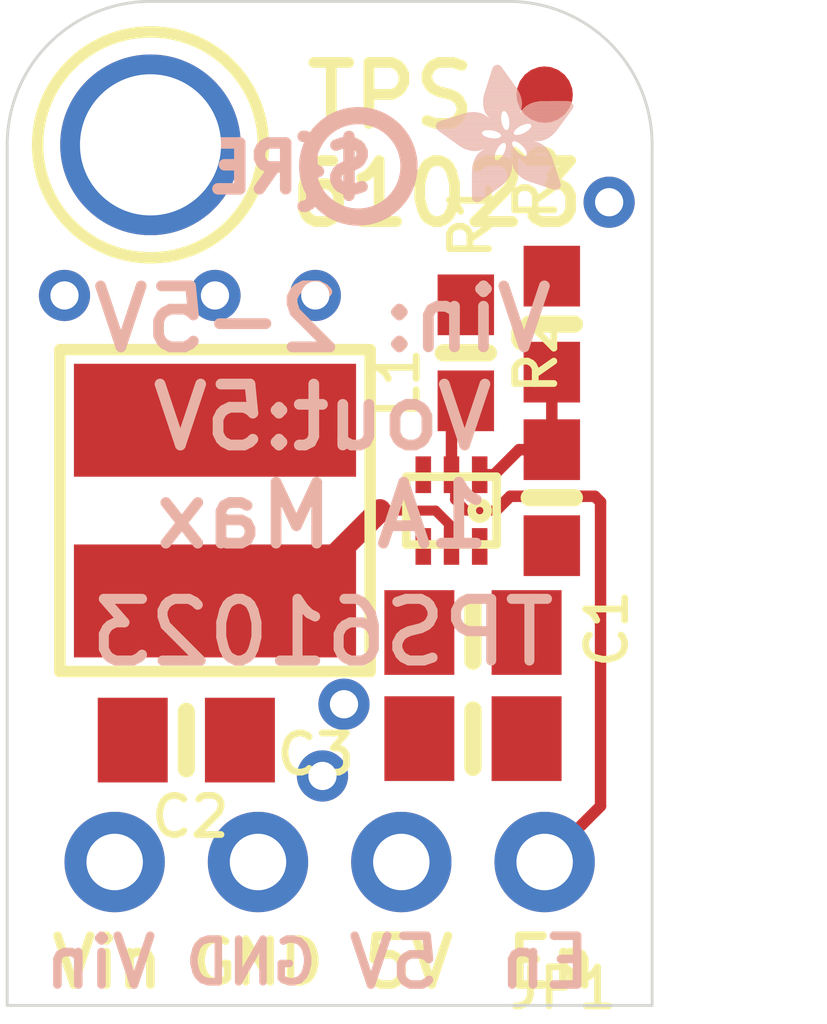
<source format=kicad_pcb>
(kicad_pcb (version 20240108) (generator "pcbnew") (generator_version "8.0")
  (layers (0 "F.Cu" signal) (31 "B.Cu" signal) (34 "B.Paste" user) (35 "F.Paste" user) (36 "B.SilkS" user "B.Silkscreen") (37 "F.SilkS" user "F.Silkscreen") (38 "B.Mask" user) (39 "F.Mask" user) (44 "Edge.Cuts" user))
  (net 0 "")
  (net 1 "GND")
  (net 2 "VIN")
  (net 3 "EN")
  (net 4 "FB")
  (net 5 "VDD")
  (net 6 "SW")
  (footprint "Adafruit TPS61023:MOUNTINGHOLE_2.5_PLATED" (layer "F.Cu") (at 145.3261 98.6536)
    (property "Reference" "U$9" (hide yes))
    (property "Value" "MOUNTINGHOLE2.5" (hide yes))
    (pad "P$1" thru_hole circle (at 0 0) (size 3.2 3.2) (drill 2.5) (layers "*.Cu" "*.Mask"))
  )
  (footprint "Adafruit TPS61023:FIDUCIAL_1MM" (layer "F.Cu") (at 152.3111 97.7646)
    (property "Reference" "FID1" (hide yes))
    (property "Value" "FIDUCIAL_1MM" (hide yes))
    (pad "1" smd roundrect (at 0 0) (size 1 1) (layers "F.Cu" "F.Mask") (roundrect_rratio 0.5))
  )
  (footprint "Adafruit TPS61023:0603-NO" (layer "F.Cu") (at 150.9141 102.3366 -90)
    (property "Reference" "R1" (at -3.1115 0.3175 90) (layer "F.SilkS") (effects (font (size 0.692831 0.692831) (thickness 0.119969)) (justify right top)))
    (property "Value" "100K")
    (pad "1" smd rect (at -0.85 0 270) (size 1.075 1) (layers "F.Cu" "F.Paste" "F.Mask") (net 2 "VIN"))
    (pad "2" smd rect (at 0.85 0 270) (size 1.075 1) (layers "F.Cu" "F.Paste" "F.Mask") (net 3 "EN"))
  )
  (footprint "Adafruit TPS61023:0805-NO" (layer "F.Cu") (at 151.0411 109.1692 180)
    (property "Reference" "C3" (at 2.032 0.127 0) (layer "F.SilkS") (effects (font (size 0.692831 0.692831) (thickness 0.119969)) (justify right top)))
    (property "Value" "22uF")
    (pad "1" smd rect (at -0.95 0 180) (size 1.24 1.5) (layers "F.Cu" "F.Paste" "F.Mask") (net 5 "VDD"))
    (pad "2" smd rect (at 0.95 0 180) (size 1.24 1.5) (layers "F.Cu" "F.Paste" "F.Mask") (net 1 "GND"))
  )
  (footprint "Adafruit TPS61023:1X04_ROUND" (layer "F.Cu") (at 148.5011 111.3536 180)
    (property "Reference" "JP1" (at -5.1562 -1.8288 0) (layer "F.SilkS") (effects (font (size 0.692831 0.692831) (thickness 0.119969)) (justify right top)))
    (property "Value" "")
    (pad "1" thru_hole circle (at -3.81 0 270) (size 1.778 1.778) (drill 1) (layers "*.Cu" "*.Mask") (net 3 "EN"))
    (pad "2" thru_hole circle (at -1.27 0 270) (size 1.778 1.778) (drill 1) (layers "*.Cu" "*.Mask") (net 5 "VDD"))
    (pad "3" thru_hole circle (at 1.27 0 270) (size 1.778 1.778) (drill 1) (layers "*.Cu" "*.Mask") (net 1 "GND"))
    (pad "4" thru_hole circle (at 3.81 0 270) (size 1.778 1.778) (drill 1) (layers "*.Cu" "*.Mask") (net 2 "VIN"))
  )
  (footprint "Adafruit TPS61023:0805-NO" (layer "F.Cu") (at 151.0411 107.2896 180)
    (property "Reference" "C1" (at -1.9685 0.8255 90) (layer "F.SilkS") (effects (font (size 0.692831 0.692831) (thickness 0.119969)) (justify right top)))
    (property "Value" "22uF")
    (pad "1" smd rect (at -0.95 0 180) (size 1.24 1.5) (layers "F.Cu" "F.Paste" "F.Mask") (net 5 "VDD"))
    (pad "2" smd rect (at 0.95 0 180) (size 1.24 1.5) (layers "F.Cu" "F.Paste" "F.Mask") (net 1 "GND"))
  )
  (footprint "Adafruit TPS61023:INDUCTOR_5X5MM_TDK_VLC5045" (layer "F.Cu") (at 146.4691 105.1306 -90)
    (property "Reference" "L1" (at -2.946 -2.846 90) (layer "F.SilkS") (effects (font (size 0.692831 0.692831) (thickness 0.119969)) (justify right top)))
    (property "Value" "1uH")
    (pad "P$1" smd rect (at -1.6 0 270) (size 2 5) (layers "F.Cu" "F.Paste" "F.Mask") (net 2 "VIN"))
    (pad "P$2" smd rect (at 1.6 0 270) (size 2 5) (layers "F.Cu" "F.Paste" "F.Mask") (net 6 "SW"))
  )
  (footprint "Adafruit TPS61023:0603-NO" (layer "F.Cu") (at 152.4381 101.8286 90)
    (property "Reference" "R3" (at 1.778 0.127 90) (layer "F.SilkS") (effects (font (size 0.692831 0.692831) (thickness 0.119969)) (justify left bottom)))
    (property "Value" "100K")
    (pad "1" smd rect (at -0.85 0 90) (size 1.075 1) (layers "F.Cu" "F.Paste" "F.Mask") (net 4 "FB"))
    (pad "2" smd rect (at 0.85 0 90) (size 1.075 1) (layers "F.Cu" "F.Paste" "F.Mask") (net 1 "GND"))
  )
  (footprint "Adafruit TPS61023:0603-NO" (layer "F.Cu") (at 152.4381 104.902 90)
    (property "Reference" "R2" (at 1.778 0.127 90) (layer "F.SilkS") (effects (font (size 0.692831 0.692831) (thickness 0.119969)) (justify left bottom)))
    (property "Value" "732K")
    (pad "1" smd rect (at -0.85 0 90) (size 1.075 1) (layers "F.Cu" "F.Paste" "F.Mask") (net 5 "VDD"))
    (pad "2" smd rect (at 0.85 0 90) (size 1.075 1) (layers "F.Cu" "F.Paste" "F.Mask") (net 4 "FB"))
  )
  (footprint "Adafruit TPS61023:0805-NO" (layer "F.Cu") (at 145.9611 109.1946)
    (property "Reference" "C2" (at 0.8255 0.9525 0) (layer "F.SilkS") (effects (font (size 0.692831 0.692831) (thickness 0.119969)) (justify right top)))
    (property "Value" "22uF")
    (pad "1" smd rect (at -0.95 0) (size 1.24 1.5) (layers "F.Cu" "F.Paste" "F.Mask") (net 2 "VIN"))
    (pad "2" smd rect (at 0.95 0) (size 1.24 1.5) (layers "F.Cu" "F.Paste" "F.Mask") (net 1 "GND"))
  )
  (footprint "Adafruit TPS61023:SOT563" (layer "F.Cu") (at 150.6601 105.1306 -90)
    (property "Reference" "IC1" (hide yes))
    (property "Value" "TPS61023" (hide yes))
    (pad "1" smd rect (at -0.635 -0.5 270) (size 0.65 0.275) (layers "F.Cu" "F.Paste" "F.Mask") (net 4 "FB"))
    (pad "2" smd rect (at -0.635 0 270) (size 0.65 0.275) (layers "F.Cu" "F.Paste" "F.Mask") (net 3 "EN"))
    (pad "3" smd rect (at -0.635 0.5 270) (size 0.65 0.275) (layers "F.Cu" "F.Paste" "F.Mask") (net 2 "VIN"))
    (pad "4" smd rect (at 0.635 0.5 270) (size 0.65 0.275) (layers "F.Cu" "F.Paste" "F.Mask") (net 1 "GND"))
    (pad "5" smd rect (at 0.635 0 270) (size 0.65 0.275) (layers "F.Cu" "F.Paste" "F.Mask") (net 6 "SW"))
    (pad "6" smd rect (at 0.635 -0.5 270) (size 0.65 0.275) (layers "F.Cu" "F.Paste" "F.Mask") (net 5 "VDD"))
  )
  (footprint "Adafruit TPS61023:PCBFEAT-REV-040" (layer "B.Cu") (at 149.0091 99.0346 180)
    (property "Reference" "U$10" (hide yes))
    (property "Value" "" (hide yes))
    (fp_text user "${REV}" (at -0.3556 -0.508 0) (layer "B.SilkS") (effects (font (size 0.8128 0.8128) (thickness 0.2032)) (justify left bottom mirror)))
  )
  (footprint "Adafruit TPS61023:ADAFRUIT_2.5MM" (layer "B.Cu") (at 152.8191 99.6696 180)
    (property "Reference" "U$11" (hide yes))
    (property "Value" "" (hide yes))
  )
  (gr_arc (start 142.7861 98.6536) (mid 143.530049 96.857549) (end 145.3261 96.1136) (stroke (width 0.05)) (layer "Edge.Cuts"))
  (gr_line (start 154.2161 98.6536) (end 154.2161 113.8936) (stroke (width 0.05)) (layer "Edge.Cuts"))
  (gr_line (start 142.7861 113.8936) (end 142.7861 98.6536) (stroke (width 0.05)) (layer "Edge.Cuts"))
  (gr_line (start 145.3261 96.1136) (end 151.6761 96.1136) (stroke (width 0.05)) (layer "Edge.Cuts"))
  (gr_arc (start 151.6761 96.1136) (mid 153.472151 96.857549) (end 154.2161 98.6536) (stroke (width 0.05)) (layer "Edge.Cuts"))
  (gr_line (start 154.2161 113.8936) (end 142.7861 113.8936) (stroke (width 0.05)) (layer "Edge.Cuts"))
  (gr_text "TPS61023" (at 148.3741 107.2896 0) (layer "B.SilkS") (effects (font (size 1.0922 1.0922) (thickness 0.1778)) (justify mirror)))
  (gr_text "5V" (at 149.6441 113.1316 0) (layer "B.SilkS") (effects (font (size 0.8636 0.8636) (thickness 0.1524)) (justify mirror)))
  (gr_text "Vin: 2-5V\nVout:5V\n1A Max" (at 148.3741 103.4796 0) (layer "B.SilkS") (effects (font (size 1.0795 1.0795) (thickness 0.1905)) (justify mirror)))
  (gr_text "Vin" (at 144.4371 113.1316 0) (layer "B.SilkS") (effects (font (size 0.8636 0.8636) (thickness 0.1524)) (justify mirror)))
  (gr_text "En" (at 152.3111 113.1316 0) (layer "B.SilkS") (effects (font (size 0.8636 0.8636) (thickness 0.1524)) (justify mirror)))
  (gr_text "GND" (at 147.1041 113.1316 0) (layer "B.SilkS") (effects (font (size 0.75565 0.75565) (thickness 0.13335)) (justify mirror)))
  (gr_text "TPS  \n61023" (at 150.4061 98.6536 0) (layer "F.SilkS") (effects (font (size 1.0795 1.0795) (thickness 0.1905))))
  (gr_text "Vin" (at 144.5641 113.1316 0) (layer "F.SilkS") (effects (font (size 0.8636 0.8636) (thickness 0.1524))))
  (gr_text "GND" (at 147.2311 113.1316 0) (layer "F.SilkS") (effects (font (size 0.75565 0.75565) (thickness 0.13335))))
  (gr_text "En" (at 152.4381 113.1316 0) (layer "F.SilkS") (effects (font (size 0.8636 0.8636) (thickness 0.1524))))
  (gr_text "5V" (at 149.8981 113.1316 0) (layer "F.SilkS") (effects (font (size 0.8636 0.8636) (thickness 0.1524))))
  (segment (start 150.1601 107.2206) (end 150.0911 107.2896) (width 0.254) (layer "F.Cu") (net 1))
  (via (at 153.4541 99.6696) (size 0.9064) (drill 0.5) (layers "F.Cu" "B.Cu") (net 1))
  (via (at 148.7551 108.5596) (size 0.9064) (drill 0.5) (layers "F.Cu" "B.Cu") (net 1))
  (via (at 148.2471 101.3206) (size 0.9064) (drill 0.5) (layers "F.Cu" "B.Cu") (net 1))
  (via (at 146.4691 101.3206) (size 0.9064) (drill 0.5) (layers "F.Cu" "B.Cu") (net 1))
  (via (at 143.8021 101.3206) (size 0.9064) (drill 0.5) (layers "F.Cu" "B.Cu") (net 1))
  (via (at 148.3741 109.8296) (size 0.9064) (drill 0.5) (layers "F.Cu" "B.Cu") (net 1))
  (segment (start 144.8181 109.3876) (end 145.0111 109.1946) (width 0.4064) (layer "F.Cu") (net 2))
  (segment (start 150.6601 103.4406) (end 150.9141 103.1866) (width 0.2032) (layer "F.Cu") (net 3))
  (segment (start 151.4475 105.1306) (end 151.7015 104.8766) (width 0.2032) (layer "F.Cu") (net 3))
  (segment (start 150.6601 104.4956) (end 150.6601 103.4406) (width 0.2032) (layer "F.Cu") (net 3))
  (segment (start 150.7236 104.5591) (end 150.7236 104.935022) (width 0.1778) (layer "F.Cu") (net 3))
  (segment (start 150.6601 104.4956) (end 150.7236 104.5591) (width 0.1778) (layer "F.Cu") (net 3))
  (segment (start 153.3017 110.363) (end 152.3111 111.3536) (width 0.2032) (layer "F.Cu") (net 3))
  (segment (start 153.3017 104.9782) (end 153.3017 110.363) (width 0.2032) (layer "F.Cu") (net 3))
  (segment (start 150.7236 104.935022) (end 150.919178 105.1306) (width 0.1778) (layer "F.Cu") (net 3))
  (segment (start 153.2001 104.8766) (end 153.3017 104.9782) (width 0.2032) (layer "F.Cu") (net 3))
  (segment (start 150.919178 105.1306) (end 151.4475 105.1306) (width 0.1778) (layer "F.Cu") (net 3))
  (segment (start 151.7015 104.8766) (end 153.2001 104.8766) (width 0.2032) (layer "F.Cu") (net 3))
  (segment (start 152.4381 102.6786) (end 152.4381 104.052) (width 0.2032) (layer "F.Cu") (net 4))
  (segment (start 151.1601 104.4956) (end 151.4141 104.4956) (width 0.2032) (layer "F.Cu") (net 4))
  (segment (start 151.8577 104.052) (end 151.4141 104.4956) (width 0.2032) (layer "F.Cu") (net 4))
  (segment (start 151.8577 104.052) (end 152.4381 104.052) (width 0.2032) (layer "F.Cu") (net 4))
  (segment (start 150.614381 105.366822) (end 150.378159 105.1306) (width 0.1778) (layer "F.Cu") (net 6))
  (segment (start 148.5011 106.0196) (end 148.5011 106.5276) (width 0.4064) (layer "F.Cu") (net 6))
  (segment (start 147.1041 106.5276) (end 146.9011 106.7306) (width 0.4064) (layer "F.Cu") (net 6))
  (segment (start 150.378159 105.1306) (end 149.3901 105.1306) (width 0.1778) (layer "F.Cu") (net 6))
  (segment (start 150.614381 105.366822) (end 150.614381 105.719882) (width 0.1778) (layer "F.Cu") (net 6))
  (segment (start 150.6601 105.7656) (end 150.614381 105.719882) (width 0.1778) (layer "F.Cu") (net 6))
  (segment (start 148.5011 106.5276) (end 147.1041 106.5276) (width 0.4064) (layer "F.Cu") (net 6))
  (segment (start 146.9011 106.7306) (end 146.4691 106.7306) (width 0.4064) (layer "F.Cu") (net 6))
  (segment (start 149.3901 105.1306) (end 148.5011 106.0196) (width 0.4064) (layer "F.Cu") (net 6))
)
</source>
